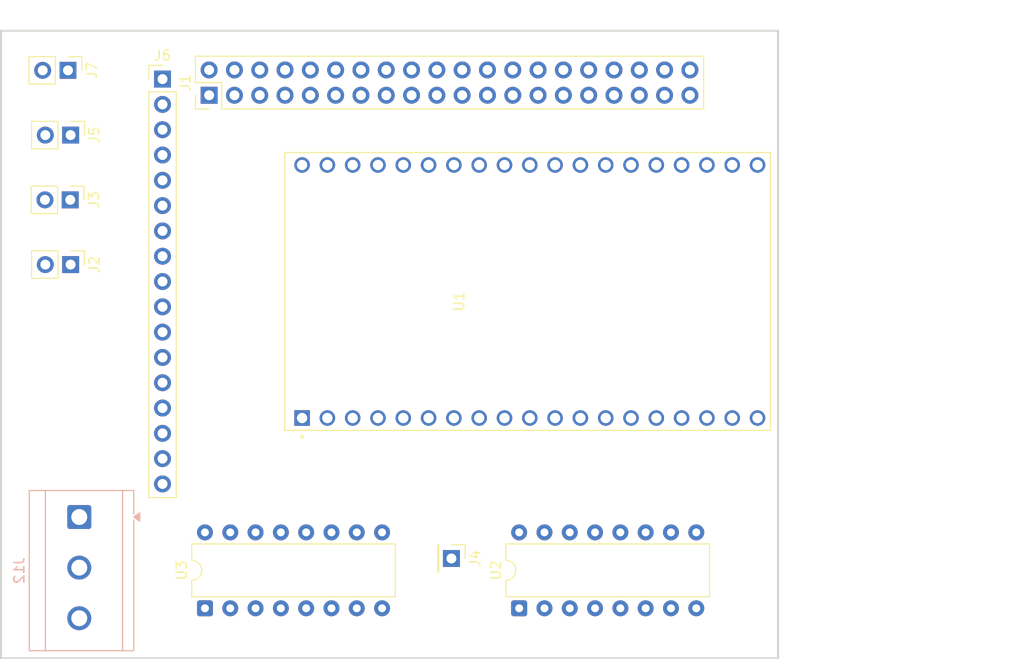
<source format=kicad_pcb>
(kicad_pcb (version 20241229) (generator "pcbnew") (generator_version "9.0")
  (layers (0 "F.Cu" signal) (2 "B.Cu" signal) (13 "F.Paste" user) (15 "B.Paste" user) (5 "F.SilkS" user "F.Silkscreen") (7 "B.SilkS" user "B.Silkscreen") (1 "F.Mask" user) (3 "B.Mask" user) (25 "Edge.Cuts" user))
  (net 0 "")
  (net 1 "Net-(J4-Pin_1)")
  (net 2 "GND")
  (net 33 "pi TX")
  (net 35 "pi RX")
  (net 42 "Net-(J2-Pin_1)")
  (net 43 "Net-(J2-Pin_2)")
  (net 44 "Net-(J3-Pin_2)")
  (net 45 "Net-(J3-Pin_1)")
  (net 46 "MQ9 A0")
  (net 47 "MQ135 A0")
  (net 48 "+5V")
  (net 49 "GPS TX")
  (net 50 "TRIG 2")
  (net 51 "TRIG 1")
  (net 52 "TRIG 3")
  (net 53 "ECHO 3")
  (net 54 "ECHO 4")
  (net 55 "ECHO 5")
  (net 56 "TRIG 5")
  (net 57 "TRIG 4")
  (net 58 "+12V")
  (net 59 "IN4|IO14")
  (net 60 "EN2|IO32")
  (net 61 "EN1|IO33")
  (net 65 "IN1|IO25")
  (net 66 "ECHO 2")
  (net 68 "TH_CAM SDA")
  (net 71 "ECHO 1")
  (net 75 "IN2|IO26")
  (net 77 "IN3|IO27")
  (net 81 "Net-(J5-Pin_1)")
  (net 82 "Net-(J5-Pin_2)")
  (net 86 "Net-(J7-Pin_1)")
  (net 87 "Net-(J7-Pin_2)")
  (net 88 "TH_CAM SCL")
  (footprint "Package_DIP:DIP-16_W7.62mm" (layer "F.Cu") (at 156.8 133 90)
    (property "Reference" "U2" (at 3.81 -2.33 90) (layer "F.SilkS"))
    (property "Value" "L293D")
    (fp_line (start 6.46 -1.33) (end 4.81 -1.33) (stroke (width 0.12)) (layer "F.SilkS"))
    (fp_line (start 2.81 -1.33) (end 1.16 -1.33) (stroke (width 0.12)) (layer "F.SilkS"))
    (fp_line (start 1.16 -1.33) (end 1.16 19.11) (stroke (width 0.12)) (layer "F.SilkS"))
    (fp_line (start 6.46 19.11) (end 6.46 -1.33) (stroke (width 0.12)) (layer "F.SilkS"))
    (fp_line (start 1.16 19.11) (end 6.46 19.11) (stroke (width 0.12)) (layer "F.SilkS"))
    (fp_arc (start 4.81 -1.33) (mid 3.81 -0.33) (end 2.81 -1.33) (stroke (width 0.12)) (layer "F.SilkS"))
    (pad "1" thru_hole roundrect (at 0 0 90) (size 1.6 1.6) (drill 0.8) (layers "*.Cu" "*.Mask") (roundrect_rratio 0.15625) (net 61 "EN1|IO33"))
    (pad "2" thru_hole circle (at 0 2.54 90) (size 1.6 1.6) (drill 0.8) (layers "*.Cu" "*.Mask") (net 65 "IN1|IO25"))
    (pad "3" thru_hole circle (at 0 5.08 90) (size 1.6 1.6) (drill 0.8) (layers "*.Cu" "*.Mask") (net 43 "Net-(J2-Pin_2)"))
    (pad "4" thru_hole circle (at 0 7.62 90) (size 1.6 1.6) (drill 0.8) (layers "*.Cu" "*.Mask"))
    (pad "5" thru_hole circle (at 0 10.16 90) (size 1.6 1.6) (drill 0.8) (layers "*.Cu" "*.Mask"))
    (pad "6" thru_hole circle (at 0 12.7 90) (size 1.6 1.6) (drill 0.8) (layers "*.Cu" "*.Mask") (net 42 "Net-(J2-Pin_1)"))
    (pad "7" thru_hole circle (at 0 15.24 90) (size 1.6 1.6) (drill 0.8) (layers "*.Cu" "*.Mask") (net 75 "IN2|IO26"))
    (pad "8" thru_hole circle (at 0 17.78 90) (size 1.6 1.6) (drill 0.8) (layers "*.Cu" "*.Mask") (net 48 "+5V"))
    (pad "9" thru_hole circle (at 7.62 17.78 90) (size 1.6 1.6) (drill 0.8) (layers "*.Cu" "*.Mask") (net 60 "EN2|IO32"))
    (pad "10" thru_hole circle (at 7.62 15.24 90) (size 1.6 1.6) (drill 0.8) (layers "*.Cu" "*.Mask") (net 77 "IN3|IO27"))
    (pad "11" thru_hole circle (at 7.62 12.7 90) (size 1.6 1.6) (drill 0.8) (layers "*.Cu" "*.Mask") (net 87 "Net-(J7-Pin_2)"))
    (pad "12" thru_hole circle (at 7.62 10.16 90) (size 1.6 1.6) (drill 0.8) (layers "*.Cu" "*.Mask") (net 2 "GND"))
    (pad "13" thru_hole circle (at 7.62 7.62 90) (size 1.6 1.6) (drill 0.8) (layers "*.Cu" "*.Mask"))
    (pad "14" thru_hole circle (at 7.62 5.08 90) (size 1.6 1.6) (drill 0.8) (layers "*.Cu" "*.Mask") (net 86 "Net-(J7-Pin_1)"))
    (pad "15" thru_hole circle (at 7.62 2.54 90) (size 1.6 1.6) (drill 0.8) (layers "*.Cu" "*.Mask") (net 59 "IN4|IO14"))
    (pad "16" thru_hole circle (at 7.62 0 90) (size 1.6 1.6) (drill 0.8) (layers "*.Cu" "*.Mask") (net 58 "+12V"))
  )
  (footprint "Connector_PinHeader_2.54mm:PinHeader_1x02_P2.54mm_Vertical" (layer "F.Cu") (at 111.775 85.5 -90)
    (property "Reference" "J5" (at 0 -2.38 90) (layer "F.SilkS"))
    (property "Value" "motor2")
    (fp_line (start -1.38 3.92) (end 1.38 3.92) (stroke (width 0.12)) (layer "F.SilkS"))
    (fp_line (start -1.38 1.27) (end -1.38 3.92) (stroke (width 0.12)) (layer "F.SilkS"))
    (fp_line (start -1.38 1.27) (end 1.38 1.27) (stroke (width 0.12)) (layer "F.SilkS"))
    (fp_line (start 1.38 1.27) (end 1.38 3.92) (stroke (width 0.12)) (layer "F.SilkS"))
    (fp_line (start -1.38 0) (end -1.38 -1.38) (stroke (width 0.12)) (layer "F.SilkS"))
    (fp_line (start -1.38 -1.38) (end 0 -1.38) (stroke (width 0.12)) (layer "F.SilkS"))
    (pad "1" thru_hole rect (at 0 0 270) (size 1.7 1.7) (drill 1) (layers "*.Cu" "*.Mask") (net 81 "Net-(J5-Pin_1)"))
    (pad "2" thru_hole circle (at 0 2.54 270) (size 1.7 1.7) (drill 1) (layers "*.Cu" "*.Mask") (net 82 "Net-(J5-Pin_2)"))
  )
  (footprint "Connector_PinHeader_2.54mm:PinHeader_1x17_P2.54mm_Vertical" (layer "F.Cu") (at 121 79.88)
    (property "Reference" "J6" (at 0 -2.38 0) (layer "F.SilkS"))
    (property "Value" "Conn_01x17_Pin")
    (fp_line (start -1.38 -1.38) (end 0 -1.38) (stroke (width 0.12)) (layer "F.SilkS"))
    (fp_line (start -1.38 0) (end -1.38 -1.38) (stroke (width 0.12)) (layer "F.SilkS"))
    (fp_line (start -1.38 1.27) (end -1.38 42.02) (stroke (width 0.12)) (layer "F.SilkS"))
    (fp_line (start -1.38 1.27) (end 1.38 1.27) (stroke (width 0.12)) (layer "F.SilkS"))
    (fp_line (start -1.38 42.02) (end 1.38 42.02) (stroke (width 0.12)) (layer "F.SilkS"))
    (fp_line (start 1.38 1.27) (end 1.38 42.02) (stroke (width 0.12)) (layer "F.SilkS"))
    (pad "1" thru_hole rect (at 0 0) (size 1.7 1.7) (drill 1) (layers "*.Cu" "*.Mask") (net 48 "+5V"))
    (pad "2" thru_hole circle (at 0 2.54) (size 1.7 1.7) (drill 1) (layers "*.Cu" "*.Mask") (net 2 "GND"))
    (pad "3" thru_hole circle (at 0 5.08) (size 1.7 1.7) (drill 1) (layers "*.Cu" "*.Mask") (net 88 "TH_CAM SCL"))
    (pad "4" thru_hole circle (at 0 7.62) (size 1.7 1.7) (drill 1) (layers "*.Cu" "*.Mask") (net 68 "TH_CAM SDA"))
    (pad "5" thru_hole circle (at 0 10.16) (size 1.7 1.7) (drill 1) (layers "*.Cu" "*.Mask") (net 49 "GPS TX"))
    (pad "6" thru_hole circle (at 0 12.7) (size 1.7 1.7) (drill 1) (layers "*.Cu" "*.Mask") (net 47 "MQ135 A0"))
    (pad "7" thru_hole circle (at 0 15.24) (size 1.7 1.7) (drill 1) (layers "*.Cu" "*.Mask") (net 46 "MQ9 A0"))
    (pad "8" thru_hole circle (at 0 17.78) (size 1.7 1.7) (drill 1) (layers "*.Cu" "*.Mask") (net 56 "TRIG 5"))
    (pad "9" thru_hole circle (at 0 20.32) (size 1.7 1.7) (drill 1) (layers "*.Cu" "*.Mask") (net 57 "TRIG 4"))
    (pad "10" thru_hole circle (at 0 22.86) (size 1.7 1.7) (drill 1) (layers "*.Cu" "*.Mask") (net 52 "TRIG 3"))
    (pad "11" thru_hole circle (at 0 25.4) (size 1.7 1.7) (drill 1) (layers "*.Cu" "*.Mask") (net 50 "TRIG 2"))
    (pad "12" thru_hole circle (at 0 27.94) (size 1.7 1.7) (drill 1) (layers "*.Cu" "*.Mask") (net 51 "TRIG 1"))
    (pad "13" thru_hole circle (at 0 30.48) (size 1.7 1.7) (drill 1) (layers "*.Cu" "*.Mask") (net 55 "ECHO 5"))
    (pad "14" thru_hole circle (at 0 33.02) (size 1.7 1.7) (drill 1) (layers "*.Cu" "*.Mask") (net 54 "ECHO 4"))
    (pad "15" thru_hole circle (at 0 35.56) (size 1.7 1.7) (drill 1) (layers "*.Cu" "*.Mask") (net 53 "ECHO 3"))
    (pad "16" thru_hole circle (at 0 38.1) (size 1.7 1.7) (drill 1) (layers "*.Cu" "*.Mask") (net 66 "ECHO 2"))
    (pad "17" thru_hole circle (at 0 40.64) (size 1.7 1.7) (drill 1) (layers "*.Cu" "*.Mask") (net 71 "ECHO 1"))
  )
  (footprint "Connector_PinHeader_2.54mm:PinHeader_2x20_P2.54mm_Vertical" (layer "F.Cu") (at 125.68 81.5 90)
    (property "Reference" "J1" (at 1.27 -2.38 90) (layer "F.SilkS"))
    (property "Value" "Raspberry pi 5 GPIOs")
    (fp_line (start 3.92 -1.38) (end 3.92 49.64) (stroke (width 0.12)) (layer "F.SilkS"))
    (fp_line (start 1.27 -1.38) (end 3.92 -1.38) (stroke (width 0.12)) (layer "F.SilkS"))
    (fp_line (start -1.38 -1.38) (end 0 -1.38) (stroke (width 0.12)) (layer "F.SilkS"))
    (fp_line (start -1.38 0) (end -1.38 -1.38) (stroke (width 0.12)) (layer "F.SilkS"))
    (fp_line (start 1.27 1.27) (end 1.27 -1.38) (stroke (width 0.12)) (layer "F.SilkS"))
    (fp_line (start -1.38 1.27) (end 1.27 1.27) (stroke (width 0.12)) (layer "F.SilkS"))
    (fp_line (start -1.38 1.27) (end -1.38 49.64) (stroke (width 0.12)) (layer "F.SilkS"))
    (fp_line (start -1.38 49.64) (end 3.92 49.64) (stroke (width 0.12)) (layer "F.SilkS"))
    (pad "1" thru_hole rect (at 0 0 90) (size 1.7 1.7) (drill 1) (layers "*.Cu" "*.Mask"))
    (pad "2" thru_hole circle (at 2.54 0 90) (size 1.7 1.7) (drill 1) (layers "*.Cu" "*.Mask"))
    (pad "3" thru_hole circle (at 0 2.54 90) (size 1.7 1.7) (drill 1) (layers "*.Cu" "*.Mask"))
    (pad "4" thru_hole circle (at 2.54 2.54 90) (size 1.7 1.7) (drill 1) (layers "*.Cu" "*.Mask"))
    (pad "5" thru_hole circle (at 0 5.08 90) (size 1.7 1.7) (drill 1) (layers "*.Cu" "*.Mask"))
    (pad "6" thru_hole circle (at 2.54 5.08 90) (size 1.7 1.7) (drill 1) (layers "*.Cu" "*.Mask"))
    (pad "7" thru_hole circle (at 0 7.62 90) (size 1.7 1.7) (drill 1) (layers "*.Cu" "*.Mask"))
    (pad "8" thru_hole circle (at 2.54 7.62 90) (size 1.7 1.7) (drill 1) (layers "*.Cu" "*.Mask") (net 33 "pi TX"))
    (pad "9" thru_hole circle (at 0 10.16 90) (size 1.7 1.7) (drill 1) (layers "*.Cu" "*.Mask") (net 2 "GND"))
    (pad "10" thru_hole circle (at 2.54 10.16 90) (size 1.7 1.7) (drill 1) (layers "*.Cu" "*.Mask") (net 35 "pi RX"))
    (pad "11" thru_hole circle (at 0 12.7 90) (size 1.7 1.7) (drill 1) (layers "*.Cu" "*.Mask"))
    (pad "12" thru_hole circle (at 2.54 12.7 90) (size 1.7 1.7) (drill 1) (layers "*.Cu" "*.Mask"))
    (pad "13" thru_hole circle (at 0 15.24 90) (size 1.7 1.7) (drill 1) (layers "*.Cu" "*.Mask"))
    (pad "14" thru_hole circle (at 2.54 15.24 90) (size 1.7 1.7) (drill 1) (layers "*.Cu" "*.Mask"))
    (pad "15" thru_hole circle (at 0 17.78 90) (size 1.7 1.7) (drill 1) (layers "*.Cu" "*.Mask"))
    (pad "16" thru_hole circle (at 2.54 17.78 90) (size 1.7 1.7) (drill 1) (layers "*.Cu" "*.Mask"))
    (pad "17" thru_hole circle (at 0 20.32 90) (size 1.7 1.7) (drill 1) (layers "*.Cu" "*.Mask"))
    (pad "18" thru_hole circle (at 2.54 20.32 90) (size 1.7 1.7) (drill 1) (layers "*.Cu" "*.Mask"))
    (pad "19" thru_hole circle (at 0 22.86 90) (size 1.7 1.7) (drill 1) (layers "*.Cu" "*.Mask"))
    (pad "20" thru_hole circle (at 2.54 22.86 90) (size 1.7 1.7) (drill 1) (layers "*.Cu" "*.Mask"))
    (pad "21" thru_hole circle (at 0 25.4 90) (size 1.7 1.7) (drill 1) (layers "*.Cu" "*.Mask"))
    (pad "22" thru_hole circle (at 2.54 25.4 90) (size 1.7 1.7) (drill 1) (layers "*.Cu" "*.Mask"))
    (pad "23" thru_hole circle (at 0 27.94 90) (size 1.7 1.7) (drill 1) (layers "*.Cu" "*.Mask"))
    (pad "24" thru_hole circle (at 2.54 27.94 90) (size 1.7 1.7) (drill 1) (layers "*.Cu" "*.Mask"))
    (pad "25" thru_hole circle (at 0 30.48 90) (size 1.7 1.7) (drill 1) (layers "*.Cu" "*.Mask"))
    (pad "26" thru_hole circle (at 2.54 30.48 90) (size 1.7 1.7) (drill 1) (layers "*.Cu" "*.Mask"))
    (pad "27" thru_hole circle (at 0 33.02 90) (size 1.7 1.7) (drill 1) (layers "*.Cu" "*.Mask"))
    (pad "28" thru_hole circle (at 2.54 33.02 90) (size 1.7 1.7) (drill 1) (layers "*.Cu" "*.Mask"))
    (pad "29" thru_hole circle (at 0 35.56 90) (size 1.7 1.7) (drill 1) (layers "*.Cu" "*.Mask"))
    (pad "30" thru_hole circle (at 2.54 35.56 90) (size 1.7 1.7) (drill 1) (layers "*.Cu" "*.Mask"))
    (pad "31" thru_hole circle (at 0 38.1 90) (size 1.7 1.7) (drill 1) (layers "*.Cu" "*.Mask"))
    (pad "32" thru_hole circle (at 2.54 38.1 90) (size 1.7 1.7) (drill 1) (layers "*.Cu" "*.Mask"))
    (pad "33" thru_hole circle (at 0 40.64 90) (size 1.7 1.7) (drill 1) (layers "*.Cu" "*.Mask"))
    (pad "34" thru_hole circle (at 2.54 40.64 90) (size 1.7 1.7) (drill 1) (layers "*.Cu" "*.Mask"))
    (pad "35" thru_hole circle (at 0 43.18 90) (size 1.7 1.7) (drill 1) (layers "*.Cu" "*.Mask"))
    (pad "36" thru_hole circle (at 2.54 43.18 90) (size 1.7 1.7) (drill 1) (layers "*.Cu" "*.Mask"))
    (pad "37" thru_hole circle (at 0 45.72 90) (size 1.7 1.7) (drill 1) (layers "*.Cu" "*.Mask"))
    (pad "38" thru_hole circle (at 2.54 45.72 90) (size 1.7 1.7) (drill 1) (layers "*.Cu" "*.Mask"))
    (pad "39" thru_hole circle (at 0 48.26 90) (size 1.7 1.7) (drill 1) (layers "*.Cu" "*.Mask"))
    (pad "40" thru_hole circle (at 2.54 48.26 90) (size 1.7 1.7) (drill 1) (layers "*.Cu" "*.Mask"))
  )
  (footprint "Connector_PinHeader_2.54mm:PinHeader_1x02_P2.54mm_Vertical" (layer "F.Cu") (at 111.775 98.5 -90)
    (property "Reference" "J2" (at 0 -2.38 90) (layer "F.SilkS"))
    (property "Value" "motor1")
    (fp_line (start -1.38 3.92) (end 1.38 3.92) (stroke (width 0.12)) (layer "F.SilkS"))
    (fp_line (start -1.38 1.27) (end -1.38 3.92) (stroke (width 0.12)) (layer "F.SilkS"))
    (fp_line (start -1.38 1.27) (end 1.38 1.27) (stroke (width 0.12)) (layer "F.SilkS"))
    (fp_line (start 1.38 1.27) (end 1.38 3.92) (stroke (width 0.12)) (layer "F.SilkS"))
    (fp_line (start -1.38 0) (end -1.38 -1.38) (stroke (width 0.12)) (layer "F.SilkS"))
    (fp_line (start -1.38 -1.38) (end 0 -1.38) (stroke (width 0.12)) (layer "F.SilkS"))
    (pad "1" thru_hole rect (at 0 0 270) (size 1.7 1.7) (drill 1) (layers "*.Cu" "*.Mask") (net 42 "Net-(J2-Pin_1)"))
    (pad "2" thru_hole circle (at 0 2.54 270) (size 1.7 1.7) (drill 1) (layers "*.Cu" "*.Mask") (net 43 "Net-(J2-Pin_2)"))
  )
  (footprint "Package_DIP:DIP-16_W7.62mm" (layer "F.Cu") (at 125.26 133 90)
    (property "Reference" "U3" (at 3.81 -2.33 90) (layer "F.SilkS"))
    (property "Value" "L293D")
    (fp_line (start 6.46 -1.33) (end 4.81 -1.33) (stroke (width 0.12)) (layer "F.SilkS"))
    (fp_line (start 2.81 -1.33) (end 1.16 -1.33) (stroke (width 0.12)) (layer "F.SilkS"))
    (fp_line (start 1.16 -1.33) (end 1.16 19.11) (stroke (width 0.12)) (layer "F.SilkS"))
    (fp_line (start 6.46 19.11) (end 6.46 -1.33) (stroke (width 0.12)) (layer "F.SilkS"))
    (fp_line (start 1.16 19.11) (end 6.46 19.11) (stroke (width 0.12)) (layer "F.SilkS"))
    (fp_arc (start 4.81 -1.33) (mid 3.81 -0.33) (end 2.81 -1.33) (stroke (width 0.12)) (layer "F.SilkS"))
    (pad "1" thru_hole roundrect (at 0 0 90) (size 1.6 1.6) (drill 0.8) (layers "*.Cu" "*.Mask") (roundrect_rratio 0.15625) (net 61 "EN1|IO33"))
    (pad "2" thru_hole circle (at 0 2.54 90) (size 1.6 1.6) (drill 0.8) (layers "*.Cu" "*.Mask") (net 65 "IN1|IO25"))
    (pad "3" thru_hole circle (at 0 5.08 90) (size 1.6 1.6) (drill 0.8) (layers "*.Cu" "*.Mask") (net 44 "Net-(J3-Pin_2)"))
    (pad "4" thru_hole circle (at 0 7.62 90) (size 1.6 1.6) (drill 0.8) (layers "*.Cu" "*.Mask"))
    (pad "5" thru_hole circle (at 0 10.16 90) (size 1.6 1.6) (drill 0.8) (layers "*.Cu" "*.Mask"))
    (pad "6" thru_hole circle (at 0 12.7 90) (size 1.6 1.6) (drill 0.8) (layers "*.Cu" "*.Mask") (net 45 "Net-(J3-Pin_1)"))
    (pad "7" thru_hole circle (at 0 15.24 90) (size 1.6 1.6) (drill 0.8) (layers "*.Cu" "*.Mask") (net 75 "IN2|IO26"))
    (pad "8" thru_hole circle (at 0 17.78 90) (size 1.6 1.6) (drill 0.8) (layers "*.Cu" "*.Mask") (net 48 "+5V"))
    (pad "9" thru_hole circle (at 7.62 17.78 90) (size 1.6 1.6) (drill 0.8) (layers "*.Cu" "*.Mask") (net 60 "EN2|IO32"))
    (pad "10" thru_hole circle (at 7.62 15.24 90) (size 1.6 1.6) (drill 0.8) (layers "*.Cu" "*.Mask") (net 77 "IN3|IO27"))
    (pad "11" thru_hole circle (at 7.62 12.7 90) (size 1.6 1.6) (drill 0.8) (layers "*.Cu" "*.Mask") (net 82 "Net-(J5-Pin_2)"))
    (pad "12" thru_hole circle (at 7.62 10.16 90) (size 1.6 1.6) (drill 0.8) (layers "*.Cu" "*.Mask") (net 2 "GND"))
    (pad "13" thru_hole circle (at 7.62 7.62 90) (size 1.6 1.6) (drill 0.8) (layers "*.Cu" "*.Mask"))
    (pad "14" thru_hole circle (at 7.62 5.08 90) (size 1.6 1.6) (drill 0.8) (layers "*.Cu" "*.Mask") (net 81 "Net-(J5-Pin_1)"))
    (pad "15" thru_hole circle (at 7.62 2.54 90) (size 1.6 1.6) (drill 0.8) (layers "*.Cu" "*.Mask") (net 59 "IN4|IO14"))
    (pad "16" thru_hole circle (at 7.62 0 90) (size 1.6 1.6) (drill 0.8) (layers "*.Cu" "*.Mask") (net 58 "+12V"))
  )
  (footprint "Kit:MODULE_ESP32-DEVKITC-32D" (layer "F.Cu") (at 154.76925 101.2 90)
    (property "Reference" "U1" (at -1 -4 90) (layer "F.SilkS") (effects (font (size 1.000386 1.000386))))
    (property "Value" "ESP32-DEVKITC-32D")
    (fp_line (start 13.95 -21.5) (end 13.95 27.25) (stroke (width 0.127)) (layer "F.SilkS"))
    (fp_line (start -13.95 -21.5) (end 13.95 -21.5) (stroke (width 0.127)) (layer "F.SilkS"))
    (fp_line (start 13.95 27.25) (end -13.95 27.25) (stroke (width 0.127)) (layer "F.SilkS"))
    (fp_line (start -13.95 27.25) (end -13.95 -21.5) (stroke (width 0.127)) (layer "F.SilkS"))
    (fp_circle (center -14.6 -19.76) (end -14.5 -19.76) (stroke (width 0.2)) (fill no) (layer "F.SilkS"))
    (pad "J2-1" thru_hole rect (at -12.7 -19.76 90) (size 1.56 1.56) (drill 1.04) (layers "*.Cu" "*.Mask") (net 1 "Net-(J4-Pin_1)"))
    (pad "J2-2" thru_hole circle (at -12.7 -17.22 90) (size 1.56 1.56) (drill 1.04) (layers "*.Cu" "*.Mask"))
    (pad "J2-3" thru_hole circle (at -12.7 -14.68 90) (size 1.56 1.56) (drill 1.04) (layers "*.Cu" "*.Mask"))
    (pad "J2-4" thru_hole circle (at -12.7 -12.14 90) (size 1.56 1.56) (drill 1.04) (layers "*.Cu" "*.Mask"))
    (pad "J2-5" thru_hole circle (at -12.7 -9.6 90) (size 1.56 1.56) (drill 1.04) (layers "*.Cu" "*.Mask") (net 55 "ECHO 5"))
    (pad "J2-6" thru_hole circle (at -12.7 -7.06 90) (size 1.56 1.56) (drill 1.04) (layers "*.Cu" "*.Mask") (net 54 "ECHO 4"))
    (pad "J2-7" thru_hole circle (at -12.7 -4.52 90) (size 1.56 1.56) (drill 1.04) (layers "*.Cu" "*.Mask") (net 46 "MQ9 A0"))
    (pad "J2-8" thru_hole circle (at -12.7 -1.98 90) (size 1.56 1.56) (drill 1.04) (layers "*.Cu" "*.Mask") (net 47 "MQ135 A0"))
    (pad "J2-9" thru_hole circle (at -12.7 0.56 90) (size 1.56 1.56) (drill 1.04) (layers "*.Cu" "*.Mask") (net 61 "EN1|IO33"))
    (pad "J2-10" thru_hole circle (at -12.7 3.1 90) (size 1.56 1.56) (drill 1.04) (layers "*.Cu" "*.Mask") (net 60 "EN2|IO32"))
    (pad "J2-11" thru_hole circle (at -12.7 5.64 90) (size 1.56 1.56) (drill 1.04) (layers "*.Cu" "*.Mask") (net 65 "IN1|IO25"))
    (pad "J2-12" thru_hole circle (at -12.7 8.18 90) (size 1.56 1.56) (drill 1.04) (layers "*.Cu" "*.Mask") (net 75 "IN2|IO26"))
    (pad "J2-13" thru_hole circle (at -12.7 10.72 90) (size 1.56 1.56) (drill 1.04) (layers "*.Cu" "*.Mask") (net 77 "IN3|IO27"))
    (pad "J2-14" thru_hole circle (at -12.7 13.26 90) (size 1.56 1.56) (drill 1.04) (layers "*.Cu" "*.Mask") (net 2 "GND"))
    (pad "J2-15" thru_hole circle (at -12.7 15.8 90) (size 1.56 1.56) (drill 1.04) (layers "*.Cu" "*.Mask") (net 59 "IN4|IO14"))
    (pad "J2-16" thru_hole circle (at -12.7 18.34 90) (size 1.56 1.56) (drill 1.04) (layers "*.Cu" "*.Mask"))
    (pad "J2-17" thru_hole circle (at -12.7 20.88 90) (size 1.56 1.56) (drill 1.04) (layers "*.Cu" "*.Mask"))
    (pad "J2-18" thru_hole circle (at -12.7 23.42 90) (size 1.56 1.56) (drill 1.04) (layers "*.Cu" "*.Mask"))
    (pad "J2-19" thru_hole circle (at -12.7 25.96 90) (size 1.56 1.56) (drill 1.04) (layers "*.Cu" "*.Mask") (net 48 "+5V"))
    (pad "J3-1" thru_hole circle (at 12.7 -19.76 90) (size 1.56 1.56) (drill 1.04) (layers "*.Cu" "*.Mask") (net 2 "GND"))
    (pad "J3-2" thru_hole circle (at 12.7 -17.22 90) (size 1.56 1.56) (drill 1.04) (layers "*.Cu" "*.Mask") (net 53 "ECHO 3"))
    (pad "J3-3" thru_hole circle (at 12.7 -14.68 90) (size 1.56 1.56) (drill 1.04) (layers "*.Cu" "*.Mask") (net 52 "TRIG 3"))
    (pad "J3-4" thru_hole circle (at 12.7 -12.14 90) (size 1.56 1.56) (drill 1.04) (layers "*.Cu" "*.Mask") (net 35 "pi RX"))
    (pad "J3-5" thru_hole circle (at 12.7 -9.6 90) (size 1.56 1.56) (drill 1.04) (layers "*.Cu" "*.Mask") (net 33 "pi TX"))
    (pad "J3-6" thru_hole circle (at 12.7 -7.06 90) (size 1.56 1.56) (drill 1.04) (layers "*.Cu" "*.Mask") (net 66 "ECHO 2"))
    (pad "J3-7" thru_hole circle (at 12.7 -4.52 90) (size 1.56 1.56) (drill 1.04) (layers "*.Cu" "*.Mask") (net 2 "GND"))
    (pad "J3-8" thru_hole circle (at 12.7 -1.98 90) (size 1.56 1.56) (drill 1.04) (layers "*.Cu" "*.Mask") (net 50 "TRIG 2"))
    (pad "J3-9" thru_hole circle (at 12.7 0.56 90) (size 1.56 1.56) (drill 1.04) (layers "*.Cu" "*.Mask") (net 71 "ECHO 1"))
    (pad "J3-10" thru_hole circle (at 12.7 3.1 90) (size 1.56 1.56) (drill 1.04) (layers "*.Cu" "*.Mask") (net 51 "TRIG 1"))
    (pad "J3-11" thru_hole circle (at 12.7 5.64 90) (size 1.56 1.56) (drill 1.04) (layers "*.Cu" "*.Mask") (net 68 "TH_CAM SDA"))
    (pad "J3-12" thru_hole circle (at 12.7 8.18 90) (size 1.56 1.56) (drill 1.04) (layers "*.Cu" "*.Mask") (net 49 "GPS TX"))
    (pad "J3-13" thru_hole circle (at 12.7 10.72 90) (size 1.56 1.56) (drill 1.04) (layers "*.Cu" "*.Mask") (net 57 "TRIG 4"))
    (pad "J3-14" thru_hole circle (at 12.7 13.26 90) (size 1.56 1.56) (drill 1.04) (layers "*.Cu" "*.Mask"))
    (pad "J3-15" thru_hole circle (at 12.7 15.8 90) (size 1.56 1.56) (drill 1.04) (layers "*.Cu" "*.Mask") (net 56 "TRIG 5"))
    (pad "J3-16" thru_hole circle (at 12.7 18.34 90) (size 1.56 1.56) (drill 1.04) (layers "*.Cu" "*.Mask") (net 88 "TH_CAM SCL"))
    (pad "J3-17" thru_hole circle (at 12.7 20.88 90) (size 1.56 1.56) (drill 1.04) (layers "*.Cu" "*.Mask"))
    (pad "J3-18" thru_hole circle (at 12.7 23.42 90) (size 1.56 1.56) (drill 1.04) (layers "*.Cu" "*.Mask"))
    (pad "J3-19" thru_hole circle (at 12.7 25.96 90) (size 1.56 1.56) (drill 1.04) (layers "*.Cu" "*.Mask"))
  )
  (footprint "Connector_PinHeader_2.54mm:PinHeader_1x01_P2.54mm_Vertical" (layer "F.Cu") (at 150 128 -90)
    (property "Reference" "J4" (at 0 -2.38 90) (layer "F.SilkS"))
    (property "Value" "Conn_01x01_Pin")
    (fp_line (start -1.38 1.38) (end 1.38 1.38) (stroke (width 0.12)) (layer "F.SilkS"))
    (fp_line (start -1.38 1.27) (end -1.38 1.38) (stroke (width 0.12)) (layer "F.SilkS"))
    (fp_line (start -1.38 1.27) (end 1.38 1.27) (stroke (width 0.12)) (layer "F.SilkS"))
    (fp_line (start 1.38 1.27) (end 1.38 1.38) (stroke (width 0.12)) (layer "F.SilkS"))
    (fp_line (start -1.38 0) (end -1.38 -1.38) (stroke (width 0.12)) (layer "F.SilkS"))
    (fp_line (start -1.38 -1.38) (end 0 -1.38) (stroke (width 0.12)) (layer "F.SilkS"))
    (pad "1" thru_hole rect (at 0 0 270) (size 1.7 1.7) (drill 1) (layers "*.Cu" "*.Mask") (net 1 "Net-(J4-Pin_1)"))
  )
  (footprint "Connector_PinHeader_2.54mm:PinHeader_1x02_P2.54mm_Vertical" (layer "F.Cu") (at 111.51 79 -90)
    (property "Reference" "J7" (at 0 -2.38 90) (layer "F.SilkS"))
    (property "Value" "motor2")
    (fp_line (start -1.38 3.92) (end 1.38 3.92) (stroke (width 0.12)) (layer "F.SilkS"))
    (fp_line (start -1.38 1.27) (end -1.38 3.92) (stroke (width 0.12)) (layer "F.SilkS"))
    (fp_line (start -1.38 1.27) (end 1.38 1.27) (stroke (width 0.12)) (layer "F.SilkS"))
    (fp_line (start 1.38 1.27) (end 1.38 3.92) (stroke (width 0.12)) (layer "F.SilkS"))
    (fp_line (start -1.38 0) (end -1.38 -1.38) (stroke (width 0.12)) (layer "F.SilkS"))
    (fp_line (start -1.38 -1.38) (end 0 -1.38) (stroke (width 0.12)) (layer "F.SilkS"))
    (pad "1" thru_hole rect (at 0 0 270) (size 1.7 1.7) (drill 1) (layers "*.Cu" "*.Mask") (net 86 "Net-(J7-Pin_1)"))
    (pad "2" thru_hole circle (at 0 2.54 270) (size 1.7 1.7) (drill 1) (layers "*.Cu" "*.Mask") (net 87 "Net-(J7-Pin_2)"))
  )
  (footprint "Connector_PinHeader_2.54mm:PinHeader_1x02_P2.54mm_Vertical" (layer "F.Cu") (at 111.735 92 -90)
    (property "Reference" "J3" (at 0 -2.38 90) (layer "F.SilkS"))
    (property "Value" "motor1")
    (fp_line (start -1.38 3.92) (end 1.38 3.92) (stroke (width 0.12)) (layer "F.SilkS"))
    (fp_line (start -1.38 1.27) (end -1.38 3.92) (stroke (width 0.12)) (layer "F.SilkS"))
    (fp_line (start -1.38 1.27) (end 1.38 1.27) (stroke (width 0.12)) (layer "F.SilkS"))
    (fp_line (start 1.38 1.27) (end 1.38 3.92) (stroke (width 0.12)) (layer "F.SilkS"))
    (fp_line (start -1.38 0) (end -1.38 -1.38) (stroke (width 0.12)) (layer "F.SilkS"))
    (fp_line (start -1.38 -1.38) (end 0 -1.38) (stroke (width 0.12)) (layer "F.SilkS"))
    (pad "1" thru_hole rect (at 0 0 270) (size 1.7 1.7) (drill 1) (layers "*.Cu" "*.Mask") (net 45 "Net-(J3-Pin_1)"))
    (pad "2" thru_hole circle (at 0 2.54 270) (size 1.7 1.7) (drill 1) (layers "*.Cu" "*.Mask") (net 44 "Net-(J3-Pin_2)"))
  )
  (footprint "TerminalBlock_CUI:TerminalBlock_CUI_TB007-508-03_1x03_P5.08mm_Horizontal" (layer "B.Cu") (at 112.6425 123.84 -90)
    (property "Reference" "J12" (at 5.38 6.02 90) (layer "B.SilkS") (effects (justify mirror)))
    (property "Value" "power input")
    (fp_line (start -2.66 5.02) (end 13.42 5.02) (stroke (width 0.12)) (layer "B.SilkS"))
    (fp_line (start -2.66 5.02) (end -2.66 -5.47) (stroke (width 0.12)) (layer "B.SilkS"))
    (fp_line (start 13.42 5.02) (end 13.42 -5.47) (stroke (width 0.12)) (layer "B.SilkS"))
    (fp_line (start -2.66 3.4) (end 13.42 3.4) (stroke (width 0.12)) (layer "B.SilkS"))
    (fp_line (start -2.66 -4.35) (end 13.42 -4.35) (stroke (width 0.12)) (layer "B.SilkS"))
    (fp_line (start -2.66 -5.47) (end -0.3 -5.47) (stroke (width 0.12)) (layer "B.SilkS"))
    (fp_line (start 0.3 -5.47) (end 13.42 -5.47) (stroke (width 0.12)) (layer "B.SilkS"))
    (fp_poly (pts (xy 0 -5.47) (xy 0.44 -6.08) (xy -0.44 -6.08)) (stroke (width 0.12)) (fill yes) (layer "B.SilkS"))
    (pad "1" thru_hole roundrect (at 0 0 270) (size 2.4 2.4) (drill 1.6) (layers "*.Cu" "*.Mask") (roundrect_rratio 0.104167) (net 58 "+12V"))
    (pad "2" thru_hole circle (at 5.08 0 270) (size 2.4 2.4) (drill 1.6) (layers "*.Cu" "*.Mask") (net 48 "+5V"))
    (pad "3" thru_hole circle (at 10.16 0 270) (size 2.4 2.4) (drill 1.6) (layers "*.Cu" "*.Mask") (net 2 "GND"))
  )
  (gr_rect (start 104.785126 75.025126) (end 182.785126 138.025126) (stroke (width 0.2)) (fill no) (layer "Edge.Cuts"))
)
</source>
